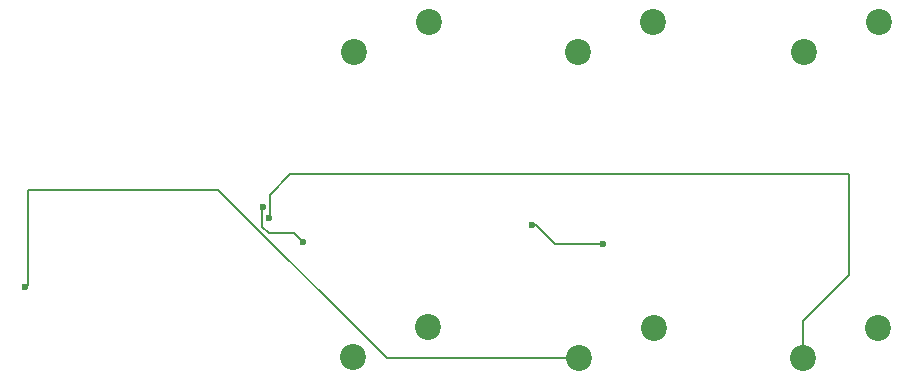
<source format=gbl>
%TF.GenerationSoftware,KiCad,Pcbnew,9.0.2*%
%TF.CreationDate,2025-06-30T21:14:53-05:00*%
%TF.ProjectId,starter,73746172-7465-4722-9e6b-696361645f70,rev?*%
%TF.SameCoordinates,Original*%
%TF.FileFunction,Copper,L2,Bot*%
%TF.FilePolarity,Positive*%
%FSLAX46Y46*%
G04 Gerber Fmt 4.6, Leading zero omitted, Abs format (unit mm)*
G04 Created by KiCad (PCBNEW 9.0.2) date 2025-06-30 21:14:53*
%MOMM*%
%LPD*%
G01*
G04 APERTURE LIST*
%TA.AperFunction,ComponentPad*%
%ADD10C,2.200000*%
%TD*%
%TA.AperFunction,ViaPad*%
%ADD11C,0.600000*%
%TD*%
%TA.AperFunction,Conductor*%
%ADD12C,0.200000*%
%TD*%
G04 APERTURE END LIST*
D10*
%TO.P,salut1,1,1*%
%TO.N,GND*%
X127640000Y-78020000D03*
%TO.P,salut1,2,2*%
%TO.N,/respect*%
X121290000Y-80560000D03*
%TD*%
%TO.P,100\u00251,1,1*%
%TO.N,GND*%
X108610000Y-52150000D03*
%TO.P,100\u00251,2,2*%
%TO.N,/W_win*%
X102260000Y-54690000D03*
%TD*%
%TO.P,fog1,1,1*%
%TO.N,GND*%
X108560000Y-77950000D03*
%TO.P,fog1,2,2*%
%TO.N,/toad*%
X102210000Y-80490000D03*
%TD*%
%TO.P,sob1,1,1*%
%TO.N,GND*%
X146770000Y-52120000D03*
%TO.P,sob1,2,2*%
%TO.N,/triste*%
X140420000Y-54660000D03*
%TD*%
%TO.P,spark1,1,1*%
%TO.N,GND*%
X146640000Y-78020000D03*
%TO.P,spark1,2,2*%
%TO.N,/pretty*%
X140290000Y-80560000D03*
%TD*%
%TO.P,pos1,1,1*%
%TO.N,GND*%
X127610000Y-52120000D03*
%TO.P,pos1,2,2*%
%TO.N,/ghost*%
X121260000Y-54660000D03*
%TD*%
D11*
%TO.N,Net-(D1-DIN)*%
X97950000Y-70750000D03*
X94550000Y-67800000D03*
%TO.N,Net-(D2-DOUT)*%
X123400000Y-70900000D03*
X117350000Y-69300000D03*
%TO.N,/respect*%
X74450000Y-74550000D03*
%TO.N,/pretty*%
X95100000Y-68700000D03*
%TD*%
D12*
%TO.N,Net-(D1-DIN)*%
X97950000Y-70750000D02*
X97200000Y-70000000D01*
X95050000Y-70000000D02*
X94499000Y-69449000D01*
X94499000Y-69449000D02*
X94499000Y-67851000D01*
X97200000Y-70000000D02*
X95050000Y-70000000D01*
X94499000Y-67851000D02*
X94550000Y-67800000D01*
%TO.N,Net-(D2-DOUT)*%
X119300000Y-70900000D02*
X117950000Y-69550000D01*
X123400000Y-70900000D02*
X119300000Y-70900000D01*
X117700000Y-69300000D02*
X117350000Y-69300000D01*
X117950000Y-69550000D02*
X117700000Y-69300000D01*
%TO.N,/respect*%
X90782900Y-66300000D02*
X74650000Y-66300000D01*
X121290000Y-80560000D02*
X105042900Y-80560000D01*
X105042900Y-80560000D02*
X90782900Y-66300000D01*
X74650000Y-66300000D02*
X74650000Y-74350000D01*
X74650000Y-74350000D02*
X74450000Y-74550000D01*
%TO.N,/pretty*%
X96900000Y-65000000D02*
X95150000Y-66750000D01*
X140290000Y-80560000D02*
X140290000Y-77460000D01*
X140290000Y-77460000D02*
X144200000Y-73550000D01*
X144200000Y-73550000D02*
X144200000Y-65000000D01*
X144200000Y-65000000D02*
X96900000Y-65000000D01*
X95150000Y-68650000D02*
X95100000Y-68700000D01*
X95150000Y-66750000D02*
X95150000Y-68650000D01*
%TD*%
M02*

</source>
